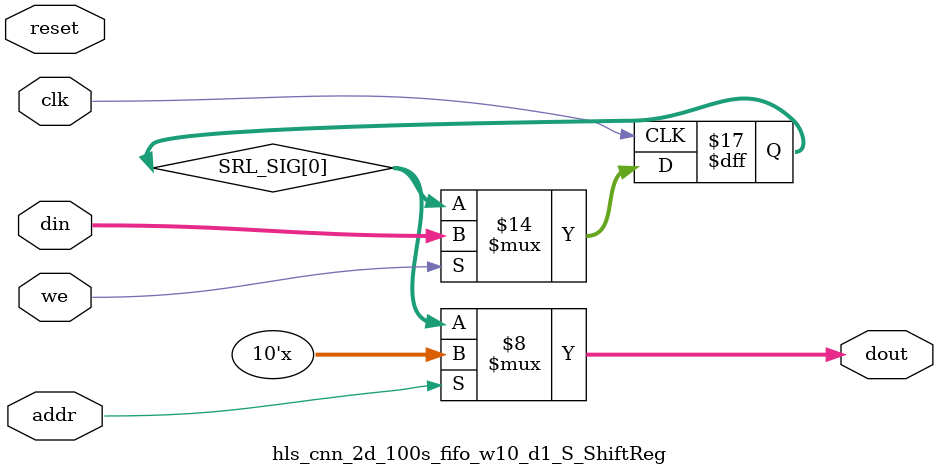
<source format=v>

`timescale 1ns/1ps

module hls_cnn_2d_100s_fifo_w10_d1_S
#(parameter
    MEM_STYLE    = "shiftReg",
    DATA_WIDTH   = 10,
    ADDR_WIDTH   = 1,
    DEPTH        = 1)
(
    // system signal
    input  wire                  clk,
    input  wire                  reset,

    // write
    output wire                  if_full_n,
    input  wire                  if_write_ce,
    input  wire                  if_write,
    input  wire [DATA_WIDTH-1:0] if_din,
    
    // read 
    output wire [ADDR_WIDTH:0]   if_num_data_valid, // for FRP
    output wire [ADDR_WIDTH:0]   if_fifo_cap,       // for FRP

    output wire                  if_empty_n,
    input  wire                  if_read_ce,
    input  wire                  if_read,
    output wire [DATA_WIDTH-1:0] if_dout
);
//------------------------Parameter----------------------

//------------------------Local signal-------------------
    wire [ADDR_WIDTH-1:0] addr;
    wire                  push;
    wire                  pop;
    reg signed [ADDR_WIDTH:0] mOutPtr;
    reg                   empty_n = 1'b0;
    reg                   full_n = 1'b1; 
    // has num_data_valid? 
    reg  [ADDR_WIDTH:0]   num_data_valid; //yes 
//------------------------Instantiation------------------
    hls_cnn_2d_100s_fifo_w10_d1_S_ShiftReg 
    #(  .DATA_WIDTH (DATA_WIDTH),
        .ADDR_WIDTH (ADDR_WIDTH),
        .DEPTH      (DEPTH))
    U_hls_cnn_2d_100s_fifo_w10_d1_S_ShiftReg (
        .clk        (clk),
        .we         (push),
        .addr       (addr),
        .din        (if_din),
        .dout       (if_dout)
    );
//------------------------Task and function--------------

//------------------------Body---------------------------
    // num_data_valid 
    assign if_num_data_valid = num_data_valid;
    assign if_fifo_cap       = DEPTH;

    // almost full/empty 

    // program full/empty 

    assign if_full_n  = full_n; 
    assign if_empty_n = empty_n;

    assign push       = full_n & if_write_ce & if_write;
    assign pop        = empty_n & if_read_ce & if_read;

    assign addr       = mOutPtr[ADDR_WIDTH] == 1'b0 ? mOutPtr[ADDR_WIDTH-1:0] : {ADDR_WIDTH{1'b0}};

    // mOutPtr
    always @(posedge clk) begin
        if (reset)
            mOutPtr <= {ADDR_WIDTH+1{1'b1}};
        else if (push & ~pop)
            mOutPtr <= mOutPtr + 1'b1;
        else if (~push & pop)
            mOutPtr <= mOutPtr - 1'b1;
    end

    // full_n
    always @(posedge clk) begin
        if (reset)
            full_n <= 1'b1;
        else if ((push & ~pop) && (mOutPtr == DEPTH - 2))
            full_n <= 1'b0;
        else if (~push & pop)
            full_n <= 1'b1;
    end

    // empty_n
    always @(posedge clk) begin
        if (reset)
            empty_n <= 1'b0;
        else if (push & ~pop)
            empty_n <= 1'b1;
        else if ((~push & pop) && (mOutPtr == 0))
            empty_n <= 1'b0;
    end

    // almost_full_n 

    // almost_empty_n 

    // prog_full_n 
 
    // prog_empty_n 

    // num_data_valid 
    always @(posedge clk) begin
        if (reset)
            num_data_valid <= {ADDR_WIDTH+1{1'b0}};
        else if ( push & ~pop)
            num_data_valid <= num_data_valid + 1;
        else if (~push & pop)
            num_data_valid <= num_data_valid - 1;
    end // 

endmodule  


module hls_cnn_2d_100s_fifo_w10_d1_S_ShiftReg
#(parameter
    DATA_WIDTH  = 10,
    ADDR_WIDTH  = 1,
    DEPTH       = 1)
(
    input  wire                  clk,
    input  wire                  reset,
    input  wire                  we,
    input  wire [ADDR_WIDTH-1:0] addr,
    input  wire [DATA_WIDTH-1:0] din,
    output wire [DATA_WIDTH-1:0] dout
);

    reg [DATA_WIDTH-1:0] SRL_SIG [0:DEPTH-1];
    integer i;

    always @ (posedge clk) begin
        if (we) begin
            for (i=0; i<DEPTH-1; i=i+1)
                SRL_SIG[i+1] <= SRL_SIG[i];
            SRL_SIG[0] <= din;
        end
    end

    assign dout = SRL_SIG[addr];

endmodule
</source>
